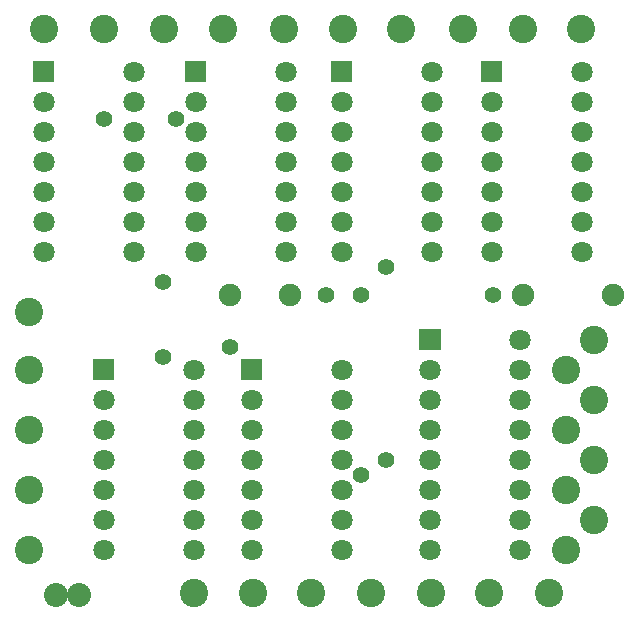
<source format=gbr>
%FSLAX34Y34*%
%MOMM*%
%LNSOLDERMASK_BOTTOM*%
G71*
G01*
%ADD10C,1.800*%
%ADD11C,1.900*%
%ADD12C,2.400*%
%ADD13C,1.400*%
%ADD14C,2.040*%
%LPD*%
G36*
X59234Y488629D02*
X59234Y470629D01*
X41234Y470629D01*
X41234Y488629D01*
X59234Y488629D01*
G37*
X50234Y454229D02*
G54D10*
D03*
X50234Y428829D02*
G54D10*
D03*
X50234Y403429D02*
G54D10*
D03*
X50234Y378029D02*
G54D10*
D03*
X50234Y352629D02*
G54D10*
D03*
X50234Y327229D02*
G54D10*
D03*
X126434Y327229D02*
G54D10*
D03*
X126434Y352629D02*
G54D10*
D03*
X126434Y378029D02*
G54D10*
D03*
X126434Y403429D02*
G54D10*
D03*
X126434Y428829D02*
G54D10*
D03*
X126434Y454229D02*
G54D10*
D03*
X126434Y479629D02*
G54D10*
D03*
G36*
X187822Y488629D02*
X187822Y470629D01*
X169822Y470629D01*
X169822Y488629D01*
X187822Y488629D01*
G37*
X178822Y454229D02*
G54D10*
D03*
X178822Y428829D02*
G54D10*
D03*
X178822Y403429D02*
G54D10*
D03*
X178822Y378029D02*
G54D10*
D03*
X178822Y352629D02*
G54D10*
D03*
X178822Y327229D02*
G54D10*
D03*
X255022Y327229D02*
G54D10*
D03*
X255022Y352629D02*
G54D10*
D03*
X255022Y378029D02*
G54D10*
D03*
X255022Y403429D02*
G54D10*
D03*
X255022Y428829D02*
G54D10*
D03*
X255022Y454229D02*
G54D10*
D03*
X255022Y479629D02*
G54D10*
D03*
G36*
X311647Y488629D02*
X311647Y470629D01*
X293647Y470629D01*
X293647Y488629D01*
X311647Y488629D01*
G37*
X302647Y454229D02*
G54D10*
D03*
X302647Y428829D02*
G54D10*
D03*
X302647Y403429D02*
G54D10*
D03*
X302647Y378029D02*
G54D10*
D03*
X302647Y352629D02*
G54D10*
D03*
X302647Y327229D02*
G54D10*
D03*
X378847Y327229D02*
G54D10*
D03*
X378847Y352629D02*
G54D10*
D03*
X378847Y378029D02*
G54D10*
D03*
X378847Y403429D02*
G54D10*
D03*
X378847Y428829D02*
G54D10*
D03*
X378847Y454229D02*
G54D10*
D03*
X378847Y479629D02*
G54D10*
D03*
G36*
X438647Y488629D02*
X438647Y470629D01*
X420647Y470629D01*
X420647Y488629D01*
X438647Y488629D01*
G37*
X429647Y454229D02*
G54D10*
D03*
X429647Y428829D02*
G54D10*
D03*
X429647Y403429D02*
G54D10*
D03*
X429647Y378029D02*
G54D10*
D03*
X429647Y352629D02*
G54D10*
D03*
X429647Y327229D02*
G54D10*
D03*
X505847Y327229D02*
G54D10*
D03*
X505847Y352629D02*
G54D10*
D03*
X505847Y378029D02*
G54D10*
D03*
X505847Y403429D02*
G54D10*
D03*
X505847Y428829D02*
G54D10*
D03*
X505847Y454229D02*
G54D10*
D03*
X505847Y479629D02*
G54D10*
D03*
G36*
X110034Y236217D02*
X110034Y218217D01*
X92034Y218217D01*
X92034Y236217D01*
X110034Y236217D01*
G37*
X101034Y201817D02*
G54D10*
D03*
X101034Y176417D02*
G54D10*
D03*
X101034Y151017D02*
G54D10*
D03*
X101034Y125617D02*
G54D10*
D03*
X101034Y100217D02*
G54D10*
D03*
X101034Y74817D02*
G54D10*
D03*
X177234Y74817D02*
G54D10*
D03*
X177234Y100217D02*
G54D10*
D03*
X177234Y125617D02*
G54D10*
D03*
X177234Y151017D02*
G54D10*
D03*
X177234Y176417D02*
G54D10*
D03*
X177234Y201817D02*
G54D10*
D03*
X177234Y227217D02*
G54D10*
D03*
G36*
X235447Y236217D02*
X235447Y218217D01*
X217447Y218217D01*
X217447Y236217D01*
X235447Y236217D01*
G37*
X226447Y201817D02*
G54D10*
D03*
X226447Y176417D02*
G54D10*
D03*
X226447Y151017D02*
G54D10*
D03*
X226447Y125617D02*
G54D10*
D03*
X226447Y100217D02*
G54D10*
D03*
X226447Y74817D02*
G54D10*
D03*
X302647Y74817D02*
G54D10*
D03*
X302647Y100217D02*
G54D10*
D03*
X302647Y125617D02*
G54D10*
D03*
X302647Y151017D02*
G54D10*
D03*
X302647Y176417D02*
G54D10*
D03*
X302647Y201817D02*
G54D10*
D03*
X302647Y227217D02*
G54D10*
D03*
G36*
X386259Y261617D02*
X386259Y243617D01*
X368259Y243617D01*
X368259Y261617D01*
X386259Y261617D01*
G37*
X377259Y227217D02*
G54D10*
D03*
X377259Y201817D02*
G54D10*
D03*
X377259Y176417D02*
G54D10*
D03*
X377259Y151017D02*
G54D10*
D03*
X377259Y125617D02*
G54D10*
D03*
X377259Y100217D02*
G54D10*
D03*
X377259Y74817D02*
G54D10*
D03*
X453459Y74817D02*
G54D10*
D03*
X453459Y100217D02*
G54D10*
D03*
X453459Y125617D02*
G54D10*
D03*
X453459Y151017D02*
G54D10*
D03*
X453459Y176417D02*
G54D10*
D03*
X453459Y201817D02*
G54D10*
D03*
X453459Y227217D02*
G54D10*
D03*
X453459Y252617D02*
G54D10*
D03*
X455612Y290513D02*
G54D11*
D03*
X531812Y290513D02*
G54D11*
D03*
X50800Y515938D02*
G54D12*
D03*
X101600Y515938D02*
G54D12*
D03*
X152400Y515938D02*
G54D12*
D03*
X201612Y515938D02*
G54D12*
D03*
X254000Y515938D02*
G54D12*
D03*
X303212Y515938D02*
G54D12*
D03*
X352425Y515938D02*
G54D12*
D03*
X404812Y515938D02*
G54D12*
D03*
X455612Y515938D02*
G54D12*
D03*
X504825Y515938D02*
G54D12*
D03*
X515938Y252412D02*
G54D12*
D03*
X492125Y227012D02*
G54D12*
D03*
X515938Y201612D02*
G54D12*
D03*
X492125Y176212D02*
G54D12*
D03*
X515938Y150812D02*
G54D12*
D03*
X492125Y125412D02*
G54D12*
D03*
X515938Y100012D02*
G54D12*
D03*
X492125Y74612D02*
G54D12*
D03*
X477838Y38100D02*
G54D12*
D03*
X427038Y38100D02*
G54D12*
D03*
X377825Y38100D02*
G54D12*
D03*
X327025Y38100D02*
G54D12*
D03*
X276225Y38100D02*
G54D12*
D03*
X227012Y38100D02*
G54D12*
D03*
X177800Y38100D02*
G54D12*
D03*
X38100Y74612D02*
G54D12*
D03*
X38100Y125412D02*
G54D12*
D03*
X38100Y176212D02*
G54D12*
D03*
X38100Y227012D02*
G54D12*
D03*
X38100Y276225D02*
G54D12*
D03*
X150813Y301625D02*
G54D13*
D03*
X150813Y238125D02*
G54D13*
D03*
X288925Y290513D02*
G54D13*
D03*
X430212Y290513D02*
G54D13*
D03*
X319088Y290512D02*
G54D13*
D03*
X319088Y138112D02*
G54D13*
D03*
X339725Y314325D02*
G54D13*
D03*
X339725Y150813D02*
G54D13*
D03*
X101600Y439738D02*
G54D13*
D03*
X161926Y439738D02*
G54D13*
D03*
X80425Y36512D02*
G54D14*
D03*
X60325Y36512D02*
G54D14*
D03*
X207962Y290512D02*
G54D11*
D03*
X258762Y290512D02*
G54D11*
D03*
X207962Y246062D02*
G54D13*
D03*
M02*

</source>
